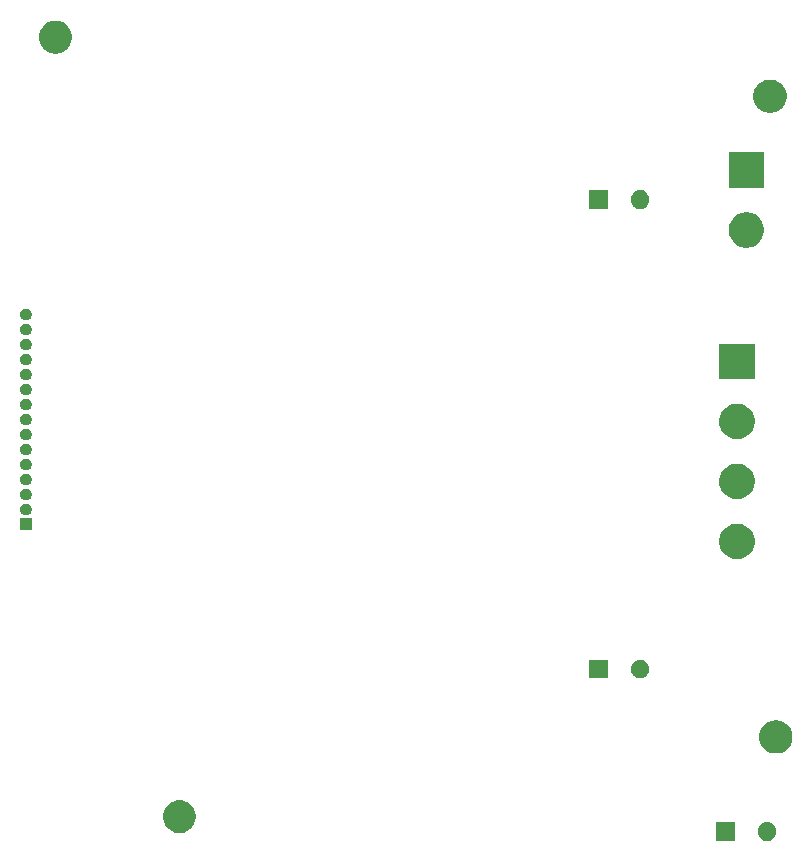
<source format=gbr>
G04 #@! TF.GenerationSoftware,KiCad,Pcbnew,5.0.2-bee76a0~70~ubuntu18.04.1*
G04 #@! TF.CreationDate,2019-02-27T20:57:34-05:00*
G04 #@! TF.ProjectId,Stepper Motor Prototype,53746570-7065-4722-904d-6f746f722050,rev?*
G04 #@! TF.SameCoordinates,Original*
G04 #@! TF.FileFunction,Soldermask,Bot*
G04 #@! TF.FilePolarity,Negative*
%FSLAX46Y46*%
G04 Gerber Fmt 4.6, Leading zero omitted, Abs format (unit mm)*
G04 Created by KiCad (PCBNEW 5.0.2-bee76a0~70~ubuntu18.04.1) date Wed 27 Feb 2019 08:57:34 PM EST*
%MOMM*%
%LPD*%
G01*
G04 APERTURE LIST*
%ADD10C,0.100000*%
G04 APERTURE END LIST*
D10*
G36*
X175983352Y-122230743D02*
X176128941Y-122291048D01*
X176259973Y-122378601D01*
X176371399Y-122490027D01*
X176458952Y-122621059D01*
X176519257Y-122766648D01*
X176550000Y-122921205D01*
X176550000Y-123078795D01*
X176519257Y-123233352D01*
X176458952Y-123378941D01*
X176371399Y-123509973D01*
X176259973Y-123621399D01*
X176128941Y-123708952D01*
X175983352Y-123769257D01*
X175828795Y-123800000D01*
X175671205Y-123800000D01*
X175516648Y-123769257D01*
X175371059Y-123708952D01*
X175240027Y-123621399D01*
X175128601Y-123509973D01*
X175041048Y-123378941D01*
X174980743Y-123233352D01*
X174950000Y-123078795D01*
X174950000Y-122921205D01*
X174980743Y-122766648D01*
X175041048Y-122621059D01*
X175128601Y-122490027D01*
X175240027Y-122378601D01*
X175371059Y-122291048D01*
X175516648Y-122230743D01*
X175671205Y-122200000D01*
X175828795Y-122200000D01*
X175983352Y-122230743D01*
X175983352Y-122230743D01*
G37*
G36*
X173050000Y-123800000D02*
X171450000Y-123800000D01*
X171450000Y-122200000D01*
X173050000Y-122200000D01*
X173050000Y-123800000D01*
X173050000Y-123800000D01*
G37*
G36*
X126273126Y-120376900D02*
X126408365Y-120403801D01*
X126663149Y-120509336D01*
X126889397Y-120660511D01*
X126892451Y-120662551D01*
X127087449Y-120857549D01*
X127087451Y-120857552D01*
X127240664Y-121086851D01*
X127346199Y-121341635D01*
X127400000Y-121612112D01*
X127400000Y-121887888D01*
X127346199Y-122158365D01*
X127240664Y-122413149D01*
X127101743Y-122621058D01*
X127087449Y-122642451D01*
X126892451Y-122837449D01*
X126892448Y-122837451D01*
X126663149Y-122990664D01*
X126408365Y-123096199D01*
X126273126Y-123123100D01*
X126137889Y-123150000D01*
X125862111Y-123150000D01*
X125726874Y-123123100D01*
X125591635Y-123096199D01*
X125336851Y-122990664D01*
X125107552Y-122837451D01*
X125107549Y-122837449D01*
X124912551Y-122642451D01*
X124898257Y-122621058D01*
X124759336Y-122413149D01*
X124653801Y-122158365D01*
X124600000Y-121887888D01*
X124600000Y-121612112D01*
X124653801Y-121341635D01*
X124759336Y-121086851D01*
X124912549Y-120857552D01*
X124912551Y-120857549D01*
X125107549Y-120662551D01*
X125110603Y-120660511D01*
X125336851Y-120509336D01*
X125591635Y-120403801D01*
X125726874Y-120376900D01*
X125862111Y-120350000D01*
X126137889Y-120350000D01*
X126273126Y-120376900D01*
X126273126Y-120376900D01*
G37*
G36*
X176773127Y-113626901D02*
X176908365Y-113653801D01*
X177163149Y-113759336D01*
X177389397Y-113910511D01*
X177392451Y-113912551D01*
X177587449Y-114107549D01*
X177740665Y-114336853D01*
X177846199Y-114591636D01*
X177900000Y-114862111D01*
X177900000Y-115137889D01*
X177846199Y-115408364D01*
X177740665Y-115663147D01*
X177587449Y-115892451D01*
X177392451Y-116087449D01*
X177392448Y-116087451D01*
X177163149Y-116240664D01*
X176908365Y-116346199D01*
X176773127Y-116373099D01*
X176637889Y-116400000D01*
X176362111Y-116400000D01*
X176226873Y-116373099D01*
X176091635Y-116346199D01*
X175836851Y-116240664D01*
X175607552Y-116087451D01*
X175607549Y-116087449D01*
X175412551Y-115892451D01*
X175259335Y-115663147D01*
X175153801Y-115408364D01*
X175100000Y-115137889D01*
X175100000Y-114862111D01*
X175153801Y-114591636D01*
X175259335Y-114336853D01*
X175412551Y-114107549D01*
X175607549Y-113912551D01*
X175610603Y-113910511D01*
X175836851Y-113759336D01*
X176091635Y-113653801D01*
X176226873Y-113626901D01*
X176362111Y-113600000D01*
X176637889Y-113600000D01*
X176773127Y-113626901D01*
X176773127Y-113626901D01*
G37*
G36*
X162300000Y-110050000D02*
X160700000Y-110050000D01*
X160700000Y-108450000D01*
X162300000Y-108450000D01*
X162300000Y-110050000D01*
X162300000Y-110050000D01*
G37*
G36*
X165233352Y-108480743D02*
X165378941Y-108541048D01*
X165509973Y-108628601D01*
X165621399Y-108740027D01*
X165708952Y-108871059D01*
X165769257Y-109016648D01*
X165800000Y-109171205D01*
X165800000Y-109328795D01*
X165769257Y-109483352D01*
X165708952Y-109628941D01*
X165621399Y-109759973D01*
X165509973Y-109871399D01*
X165378941Y-109958952D01*
X165233352Y-110019257D01*
X165078795Y-110050000D01*
X164921205Y-110050000D01*
X164766648Y-110019257D01*
X164621059Y-109958952D01*
X164490027Y-109871399D01*
X164378601Y-109759973D01*
X164291048Y-109628941D01*
X164230743Y-109483352D01*
X164200000Y-109328795D01*
X164200000Y-109171205D01*
X164230743Y-109016648D01*
X164291048Y-108871059D01*
X164378601Y-108740027D01*
X164490027Y-108628601D01*
X164621059Y-108541048D01*
X164766648Y-108480743D01*
X164921205Y-108450000D01*
X165078795Y-108450000D01*
X165233352Y-108480743D01*
X165233352Y-108480743D01*
G37*
G36*
X173540935Y-96978429D02*
X173637534Y-96997644D01*
X173910517Y-97110717D01*
X174152920Y-97272687D01*
X174156197Y-97274876D01*
X174365124Y-97483803D01*
X174529284Y-97729485D01*
X174642356Y-98002467D01*
X174700000Y-98292261D01*
X174700000Y-98587739D01*
X174642356Y-98877533D01*
X174529284Y-99150515D01*
X174365124Y-99396197D01*
X174156197Y-99605124D01*
X174156194Y-99605126D01*
X173910517Y-99769283D01*
X173637534Y-99882356D01*
X173540935Y-99901571D01*
X173347739Y-99940000D01*
X173052261Y-99940000D01*
X172859065Y-99901571D01*
X172762466Y-99882356D01*
X172489483Y-99769283D01*
X172243806Y-99605126D01*
X172243803Y-99605124D01*
X172034876Y-99396197D01*
X171870716Y-99150515D01*
X171757644Y-98877533D01*
X171700000Y-98587739D01*
X171700000Y-98292261D01*
X171757644Y-98002467D01*
X171870716Y-97729485D01*
X172034876Y-97483803D01*
X172243803Y-97274876D01*
X172247080Y-97272687D01*
X172489483Y-97110717D01*
X172762466Y-96997644D01*
X172859065Y-96978429D01*
X173052261Y-96940000D01*
X173347739Y-96940000D01*
X173540935Y-96978429D01*
X173540935Y-96978429D01*
G37*
G36*
X113500000Y-97500000D02*
X112500000Y-97500000D01*
X112500000Y-96500000D01*
X113500000Y-96500000D01*
X113500000Y-97500000D01*
X113500000Y-97500000D01*
G37*
G36*
X113098015Y-95237234D02*
X113192268Y-95265825D01*
X113238697Y-95290643D01*
X113279129Y-95312254D01*
X113279131Y-95312255D01*
X113279130Y-95312255D01*
X113355264Y-95374736D01*
X113417745Y-95450870D01*
X113464175Y-95537732D01*
X113492766Y-95631985D01*
X113502419Y-95730000D01*
X113492766Y-95828015D01*
X113464175Y-95922268D01*
X113439357Y-95968697D01*
X113417746Y-96009129D01*
X113355264Y-96085264D01*
X113279129Y-96147746D01*
X113238697Y-96169357D01*
X113192268Y-96194175D01*
X113098015Y-96222766D01*
X113024564Y-96230000D01*
X112975436Y-96230000D01*
X112901985Y-96222766D01*
X112807732Y-96194175D01*
X112761303Y-96169357D01*
X112720871Y-96147746D01*
X112644736Y-96085264D01*
X112582254Y-96009129D01*
X112560643Y-95968697D01*
X112535825Y-95922268D01*
X112507234Y-95828015D01*
X112497581Y-95730000D01*
X112507234Y-95631985D01*
X112535825Y-95537732D01*
X112582255Y-95450870D01*
X112644736Y-95374736D01*
X112720870Y-95312255D01*
X112720869Y-95312255D01*
X112720871Y-95312254D01*
X112761303Y-95290643D01*
X112807732Y-95265825D01*
X112901985Y-95237234D01*
X112975436Y-95230000D01*
X113024564Y-95230000D01*
X113098015Y-95237234D01*
X113098015Y-95237234D01*
G37*
G36*
X113098015Y-93967234D02*
X113192268Y-93995825D01*
X113238697Y-94020643D01*
X113279129Y-94042254D01*
X113279131Y-94042255D01*
X113279130Y-94042255D01*
X113355264Y-94104736D01*
X113417745Y-94180870D01*
X113464175Y-94267732D01*
X113492766Y-94361985D01*
X113502419Y-94460000D01*
X113492766Y-94558015D01*
X113464175Y-94652268D01*
X113444389Y-94689284D01*
X113417746Y-94739129D01*
X113355264Y-94815264D01*
X113279129Y-94877746D01*
X113238697Y-94899357D01*
X113192268Y-94924175D01*
X113098015Y-94952766D01*
X113024564Y-94960000D01*
X112975436Y-94960000D01*
X112901985Y-94952766D01*
X112807732Y-94924175D01*
X112761303Y-94899357D01*
X112720871Y-94877746D01*
X112644736Y-94815264D01*
X112582254Y-94739129D01*
X112555611Y-94689284D01*
X112535825Y-94652268D01*
X112507234Y-94558015D01*
X112497581Y-94460000D01*
X112507234Y-94361985D01*
X112535825Y-94267732D01*
X112582255Y-94180870D01*
X112644736Y-94104736D01*
X112720870Y-94042255D01*
X112720869Y-94042255D01*
X112720871Y-94042254D01*
X112761303Y-94020643D01*
X112807732Y-93995825D01*
X112901985Y-93967234D01*
X112975436Y-93960000D01*
X113024564Y-93960000D01*
X113098015Y-93967234D01*
X113098015Y-93967234D01*
G37*
G36*
X173540935Y-91898429D02*
X173637534Y-91917644D01*
X173830560Y-91997598D01*
X173879857Y-92018017D01*
X173910517Y-92030717D01*
X174032566Y-92112268D01*
X174156197Y-92194876D01*
X174365124Y-92403803D01*
X174529284Y-92649485D01*
X174560905Y-92725825D01*
X174637553Y-92910870D01*
X174642356Y-92922467D01*
X174700000Y-93212261D01*
X174700000Y-93507739D01*
X174680107Y-93607745D01*
X174642356Y-93797534D01*
X174572064Y-93967234D01*
X174529284Y-94070515D01*
X174365124Y-94316197D01*
X174156197Y-94525124D01*
X174156194Y-94525126D01*
X173910517Y-94689283D01*
X173637534Y-94802356D01*
X173572641Y-94815264D01*
X173347739Y-94860000D01*
X173052261Y-94860000D01*
X172827359Y-94815264D01*
X172762466Y-94802356D01*
X172489483Y-94689283D01*
X172243806Y-94525126D01*
X172243803Y-94525124D01*
X172034876Y-94316197D01*
X171870716Y-94070515D01*
X171827936Y-93967234D01*
X171757644Y-93797534D01*
X171719893Y-93607745D01*
X171700000Y-93507739D01*
X171700000Y-93212261D01*
X171757644Y-92922467D01*
X171762448Y-92910870D01*
X171839095Y-92725825D01*
X171870716Y-92649485D01*
X172034876Y-92403803D01*
X172243803Y-92194876D01*
X172367434Y-92112268D01*
X172489483Y-92030717D01*
X172520144Y-92018017D01*
X172569440Y-91997598D01*
X172762466Y-91917644D01*
X172859065Y-91898429D01*
X173052261Y-91860000D01*
X173347739Y-91860000D01*
X173540935Y-91898429D01*
X173540935Y-91898429D01*
G37*
G36*
X113098015Y-92697234D02*
X113192268Y-92725825D01*
X113238697Y-92750643D01*
X113279129Y-92772254D01*
X113355264Y-92834736D01*
X113417746Y-92910871D01*
X113423944Y-92922467D01*
X113464175Y-92997732D01*
X113492766Y-93091985D01*
X113502419Y-93190000D01*
X113492766Y-93288015D01*
X113464175Y-93382268D01*
X113439357Y-93428697D01*
X113417746Y-93469129D01*
X113355264Y-93545264D01*
X113279129Y-93607746D01*
X113238697Y-93629357D01*
X113192268Y-93654175D01*
X113098015Y-93682766D01*
X113024564Y-93690000D01*
X112975436Y-93690000D01*
X112901985Y-93682766D01*
X112807732Y-93654175D01*
X112761303Y-93629357D01*
X112720871Y-93607746D01*
X112644736Y-93545264D01*
X112582254Y-93469129D01*
X112560643Y-93428697D01*
X112535825Y-93382268D01*
X112507234Y-93288015D01*
X112497581Y-93190000D01*
X112507234Y-93091985D01*
X112535825Y-92997732D01*
X112576056Y-92922467D01*
X112582254Y-92910871D01*
X112644736Y-92834736D01*
X112720871Y-92772254D01*
X112761303Y-92750643D01*
X112807732Y-92725825D01*
X112901985Y-92697234D01*
X112975436Y-92690000D01*
X113024564Y-92690000D01*
X113098015Y-92697234D01*
X113098015Y-92697234D01*
G37*
G36*
X113098015Y-91427234D02*
X113192268Y-91455825D01*
X113238697Y-91480643D01*
X113279129Y-91502254D01*
X113279131Y-91502255D01*
X113279130Y-91502255D01*
X113355264Y-91564736D01*
X113417745Y-91640870D01*
X113464175Y-91727732D01*
X113492766Y-91821985D01*
X113502419Y-91920000D01*
X113492766Y-92018015D01*
X113464175Y-92112268D01*
X113439357Y-92158697D01*
X113417746Y-92199129D01*
X113355264Y-92275264D01*
X113279129Y-92337746D01*
X113238697Y-92359357D01*
X113192268Y-92384175D01*
X113098015Y-92412766D01*
X113024564Y-92420000D01*
X112975436Y-92420000D01*
X112901985Y-92412766D01*
X112807732Y-92384175D01*
X112761303Y-92359357D01*
X112720871Y-92337746D01*
X112644736Y-92275264D01*
X112582254Y-92199129D01*
X112560643Y-92158697D01*
X112535825Y-92112268D01*
X112507234Y-92018015D01*
X112497581Y-91920000D01*
X112507234Y-91821985D01*
X112535825Y-91727732D01*
X112582255Y-91640870D01*
X112644736Y-91564736D01*
X112720870Y-91502255D01*
X112720869Y-91502255D01*
X112720871Y-91502254D01*
X112761303Y-91480643D01*
X112807732Y-91455825D01*
X112901985Y-91427234D01*
X112975436Y-91420000D01*
X113024564Y-91420000D01*
X113098015Y-91427234D01*
X113098015Y-91427234D01*
G37*
G36*
X113098015Y-90157234D02*
X113192268Y-90185825D01*
X113238697Y-90210643D01*
X113279129Y-90232254D01*
X113279131Y-90232255D01*
X113279130Y-90232255D01*
X113355264Y-90294736D01*
X113417745Y-90370870D01*
X113464175Y-90457732D01*
X113492766Y-90551985D01*
X113502419Y-90650000D01*
X113492766Y-90748015D01*
X113464175Y-90842268D01*
X113439357Y-90888697D01*
X113417746Y-90929129D01*
X113355264Y-91005264D01*
X113279129Y-91067746D01*
X113238697Y-91089357D01*
X113192268Y-91114175D01*
X113098015Y-91142766D01*
X113024564Y-91150000D01*
X112975436Y-91150000D01*
X112901985Y-91142766D01*
X112807732Y-91114175D01*
X112761303Y-91089357D01*
X112720871Y-91067746D01*
X112644736Y-91005264D01*
X112582254Y-90929129D01*
X112560643Y-90888697D01*
X112535825Y-90842268D01*
X112507234Y-90748015D01*
X112497581Y-90650000D01*
X112507234Y-90551985D01*
X112535825Y-90457732D01*
X112582255Y-90370870D01*
X112644736Y-90294736D01*
X112720870Y-90232255D01*
X112720869Y-90232255D01*
X112720871Y-90232254D01*
X112761303Y-90210643D01*
X112807732Y-90185825D01*
X112901985Y-90157234D01*
X112975436Y-90150000D01*
X113024564Y-90150000D01*
X113098015Y-90157234D01*
X113098015Y-90157234D01*
G37*
G36*
X113098015Y-88887234D02*
X113192268Y-88915825D01*
X113238697Y-88940643D01*
X113279129Y-88962254D01*
X113279131Y-88962255D01*
X113279130Y-88962255D01*
X113355264Y-89024736D01*
X113417745Y-89100870D01*
X113464175Y-89187732D01*
X113492766Y-89281985D01*
X113502419Y-89380000D01*
X113492766Y-89478015D01*
X113464175Y-89572268D01*
X113444389Y-89609284D01*
X113417746Y-89659129D01*
X113355264Y-89735264D01*
X113279129Y-89797746D01*
X113238697Y-89819357D01*
X113192268Y-89844175D01*
X113098015Y-89872766D01*
X113024564Y-89880000D01*
X112975436Y-89880000D01*
X112901985Y-89872766D01*
X112807732Y-89844175D01*
X112761303Y-89819357D01*
X112720871Y-89797746D01*
X112644736Y-89735264D01*
X112582254Y-89659129D01*
X112555611Y-89609284D01*
X112535825Y-89572268D01*
X112507234Y-89478015D01*
X112497581Y-89380000D01*
X112507234Y-89281985D01*
X112535825Y-89187732D01*
X112582255Y-89100870D01*
X112644736Y-89024736D01*
X112720870Y-88962255D01*
X112720869Y-88962255D01*
X112720871Y-88962254D01*
X112761303Y-88940643D01*
X112807732Y-88915825D01*
X112901985Y-88887234D01*
X112975436Y-88880000D01*
X113024564Y-88880000D01*
X113098015Y-88887234D01*
X113098015Y-88887234D01*
G37*
G36*
X173540935Y-86818429D02*
X173637534Y-86837644D01*
X173830560Y-86917598D01*
X173879857Y-86938017D01*
X173910517Y-86950717D01*
X174032566Y-87032268D01*
X174156197Y-87114876D01*
X174365124Y-87323803D01*
X174529284Y-87569485D01*
X174560905Y-87645825D01*
X174637553Y-87830870D01*
X174642356Y-87842467D01*
X174700000Y-88132261D01*
X174700000Y-88427739D01*
X174680107Y-88527745D01*
X174642356Y-88717534D01*
X174572064Y-88887234D01*
X174529284Y-88990515D01*
X174365124Y-89236197D01*
X174156197Y-89445124D01*
X174156194Y-89445126D01*
X173910517Y-89609283D01*
X173637534Y-89722356D01*
X173572641Y-89735264D01*
X173347739Y-89780000D01*
X173052261Y-89780000D01*
X172827359Y-89735264D01*
X172762466Y-89722356D01*
X172489483Y-89609283D01*
X172243806Y-89445126D01*
X172243803Y-89445124D01*
X172034876Y-89236197D01*
X171870716Y-88990515D01*
X171827936Y-88887234D01*
X171757644Y-88717534D01*
X171719893Y-88527745D01*
X171700000Y-88427739D01*
X171700000Y-88132261D01*
X171757644Y-87842467D01*
X171762448Y-87830870D01*
X171839095Y-87645825D01*
X171870716Y-87569485D01*
X172034876Y-87323803D01*
X172243803Y-87114876D01*
X172367434Y-87032268D01*
X172489483Y-86950717D01*
X172520144Y-86938017D01*
X172569440Y-86917598D01*
X172762466Y-86837644D01*
X172859065Y-86818429D01*
X173052261Y-86780000D01*
X173347739Y-86780000D01*
X173540935Y-86818429D01*
X173540935Y-86818429D01*
G37*
G36*
X113098015Y-87617234D02*
X113192268Y-87645825D01*
X113238697Y-87670643D01*
X113279129Y-87692254D01*
X113355264Y-87754736D01*
X113417746Y-87830871D01*
X113423944Y-87842467D01*
X113464175Y-87917732D01*
X113492766Y-88011985D01*
X113502419Y-88110000D01*
X113492766Y-88208015D01*
X113464175Y-88302268D01*
X113439357Y-88348697D01*
X113417746Y-88389129D01*
X113355264Y-88465264D01*
X113279129Y-88527746D01*
X113238697Y-88549357D01*
X113192268Y-88574175D01*
X113098015Y-88602766D01*
X113024564Y-88610000D01*
X112975436Y-88610000D01*
X112901985Y-88602766D01*
X112807732Y-88574175D01*
X112761303Y-88549357D01*
X112720871Y-88527746D01*
X112644736Y-88465264D01*
X112582254Y-88389129D01*
X112560643Y-88348697D01*
X112535825Y-88302268D01*
X112507234Y-88208015D01*
X112497581Y-88110000D01*
X112507234Y-88011985D01*
X112535825Y-87917732D01*
X112576056Y-87842467D01*
X112582254Y-87830871D01*
X112644736Y-87754736D01*
X112720871Y-87692254D01*
X112761303Y-87670643D01*
X112807732Y-87645825D01*
X112901985Y-87617234D01*
X112975436Y-87610000D01*
X113024564Y-87610000D01*
X113098015Y-87617234D01*
X113098015Y-87617234D01*
G37*
G36*
X113098015Y-86347234D02*
X113192268Y-86375825D01*
X113238697Y-86400643D01*
X113279129Y-86422254D01*
X113279131Y-86422255D01*
X113279130Y-86422255D01*
X113355264Y-86484736D01*
X113417745Y-86560870D01*
X113464175Y-86647732D01*
X113492766Y-86741985D01*
X113502419Y-86840000D01*
X113492766Y-86938015D01*
X113464175Y-87032268D01*
X113439357Y-87078697D01*
X113417746Y-87119129D01*
X113355264Y-87195264D01*
X113279129Y-87257746D01*
X113238697Y-87279357D01*
X113192268Y-87304175D01*
X113098015Y-87332766D01*
X113024564Y-87340000D01*
X112975436Y-87340000D01*
X112901985Y-87332766D01*
X112807732Y-87304175D01*
X112761303Y-87279357D01*
X112720871Y-87257746D01*
X112644736Y-87195264D01*
X112582254Y-87119129D01*
X112560643Y-87078697D01*
X112535825Y-87032268D01*
X112507234Y-86938015D01*
X112497581Y-86840000D01*
X112507234Y-86741985D01*
X112535825Y-86647732D01*
X112582255Y-86560870D01*
X112644736Y-86484736D01*
X112720870Y-86422255D01*
X112720869Y-86422255D01*
X112720871Y-86422254D01*
X112761303Y-86400643D01*
X112807732Y-86375825D01*
X112901985Y-86347234D01*
X112975436Y-86340000D01*
X113024564Y-86340000D01*
X113098015Y-86347234D01*
X113098015Y-86347234D01*
G37*
G36*
X113098015Y-85077234D02*
X113192268Y-85105825D01*
X113238697Y-85130643D01*
X113279129Y-85152254D01*
X113279131Y-85152255D01*
X113279130Y-85152255D01*
X113355264Y-85214736D01*
X113417745Y-85290870D01*
X113464175Y-85377732D01*
X113492766Y-85471985D01*
X113502419Y-85570000D01*
X113492766Y-85668015D01*
X113464175Y-85762268D01*
X113439357Y-85808697D01*
X113417746Y-85849129D01*
X113355264Y-85925264D01*
X113279129Y-85987746D01*
X113238697Y-86009357D01*
X113192268Y-86034175D01*
X113098015Y-86062766D01*
X113024564Y-86070000D01*
X112975436Y-86070000D01*
X112901985Y-86062766D01*
X112807732Y-86034175D01*
X112761303Y-86009357D01*
X112720871Y-85987746D01*
X112644736Y-85925264D01*
X112582254Y-85849129D01*
X112560643Y-85808697D01*
X112535825Y-85762268D01*
X112507234Y-85668015D01*
X112497581Y-85570000D01*
X112507234Y-85471985D01*
X112535825Y-85377732D01*
X112582255Y-85290870D01*
X112644736Y-85214736D01*
X112720870Y-85152255D01*
X112720869Y-85152255D01*
X112720871Y-85152254D01*
X112761303Y-85130643D01*
X112807732Y-85105825D01*
X112901985Y-85077234D01*
X112975436Y-85070000D01*
X113024564Y-85070000D01*
X113098015Y-85077234D01*
X113098015Y-85077234D01*
G37*
G36*
X113098015Y-83807234D02*
X113192268Y-83835825D01*
X113238697Y-83860643D01*
X113279129Y-83882254D01*
X113279131Y-83882255D01*
X113279130Y-83882255D01*
X113355264Y-83944736D01*
X113417745Y-84020870D01*
X113464175Y-84107732D01*
X113492766Y-84201985D01*
X113502419Y-84300000D01*
X113492766Y-84398015D01*
X113464175Y-84492268D01*
X113439357Y-84538697D01*
X113417746Y-84579129D01*
X113355264Y-84655264D01*
X113279129Y-84717746D01*
X113238697Y-84739357D01*
X113192268Y-84764175D01*
X113098015Y-84792766D01*
X113024564Y-84800000D01*
X112975436Y-84800000D01*
X112901985Y-84792766D01*
X112807732Y-84764175D01*
X112761303Y-84739357D01*
X112720871Y-84717746D01*
X112644736Y-84655264D01*
X112582254Y-84579129D01*
X112560643Y-84538697D01*
X112535825Y-84492268D01*
X112507234Y-84398015D01*
X112497581Y-84300000D01*
X112507234Y-84201985D01*
X112535825Y-84107732D01*
X112582255Y-84020870D01*
X112644736Y-83944736D01*
X112720870Y-83882255D01*
X112720869Y-83882255D01*
X112720871Y-83882254D01*
X112761303Y-83860643D01*
X112807732Y-83835825D01*
X112901985Y-83807234D01*
X112975436Y-83800000D01*
X113024564Y-83800000D01*
X113098015Y-83807234D01*
X113098015Y-83807234D01*
G37*
G36*
X174700000Y-84700000D02*
X171700000Y-84700000D01*
X171700000Y-81700000D01*
X174700000Y-81700000D01*
X174700000Y-84700000D01*
X174700000Y-84700000D01*
G37*
G36*
X113098015Y-82537234D02*
X113192268Y-82565825D01*
X113238697Y-82590643D01*
X113279129Y-82612254D01*
X113279131Y-82612255D01*
X113279130Y-82612255D01*
X113355264Y-82674736D01*
X113417745Y-82750870D01*
X113464175Y-82837732D01*
X113492766Y-82931985D01*
X113502419Y-83030000D01*
X113492766Y-83128015D01*
X113464175Y-83222268D01*
X113439357Y-83268697D01*
X113417746Y-83309129D01*
X113355264Y-83385264D01*
X113279129Y-83447746D01*
X113238697Y-83469357D01*
X113192268Y-83494175D01*
X113098015Y-83522766D01*
X113024564Y-83530000D01*
X112975436Y-83530000D01*
X112901985Y-83522766D01*
X112807732Y-83494175D01*
X112761303Y-83469357D01*
X112720871Y-83447746D01*
X112644736Y-83385264D01*
X112582254Y-83309129D01*
X112560643Y-83268697D01*
X112535825Y-83222268D01*
X112507234Y-83128015D01*
X112497581Y-83030000D01*
X112507234Y-82931985D01*
X112535825Y-82837732D01*
X112582255Y-82750870D01*
X112644736Y-82674736D01*
X112720870Y-82612255D01*
X112720869Y-82612255D01*
X112720871Y-82612254D01*
X112761303Y-82590643D01*
X112807732Y-82565825D01*
X112901985Y-82537234D01*
X112975436Y-82530000D01*
X113024564Y-82530000D01*
X113098015Y-82537234D01*
X113098015Y-82537234D01*
G37*
G36*
X113098015Y-81267234D02*
X113192268Y-81295825D01*
X113238697Y-81320643D01*
X113279129Y-81342254D01*
X113279131Y-81342255D01*
X113279130Y-81342255D01*
X113355264Y-81404736D01*
X113417745Y-81480870D01*
X113464175Y-81567732D01*
X113492766Y-81661985D01*
X113502419Y-81760000D01*
X113492766Y-81858015D01*
X113464175Y-81952268D01*
X113439357Y-81998697D01*
X113417746Y-82039129D01*
X113355264Y-82115264D01*
X113279129Y-82177746D01*
X113238697Y-82199357D01*
X113192268Y-82224175D01*
X113098015Y-82252766D01*
X113024564Y-82260000D01*
X112975436Y-82260000D01*
X112901985Y-82252766D01*
X112807732Y-82224175D01*
X112761303Y-82199357D01*
X112720871Y-82177746D01*
X112644736Y-82115264D01*
X112582254Y-82039129D01*
X112560643Y-81998697D01*
X112535825Y-81952268D01*
X112507234Y-81858015D01*
X112497581Y-81760000D01*
X112507234Y-81661985D01*
X112535825Y-81567732D01*
X112582255Y-81480870D01*
X112644736Y-81404736D01*
X112720870Y-81342255D01*
X112720869Y-81342255D01*
X112720871Y-81342254D01*
X112761303Y-81320643D01*
X112807732Y-81295825D01*
X112901985Y-81267234D01*
X112975436Y-81260000D01*
X113024564Y-81260000D01*
X113098015Y-81267234D01*
X113098015Y-81267234D01*
G37*
G36*
X113098015Y-79997234D02*
X113192268Y-80025825D01*
X113238697Y-80050643D01*
X113279129Y-80072254D01*
X113279131Y-80072255D01*
X113279130Y-80072255D01*
X113355264Y-80134736D01*
X113417745Y-80210870D01*
X113464175Y-80297732D01*
X113492766Y-80391985D01*
X113502419Y-80490000D01*
X113492766Y-80588015D01*
X113464175Y-80682268D01*
X113439357Y-80728697D01*
X113417746Y-80769129D01*
X113355264Y-80845264D01*
X113279129Y-80907746D01*
X113238697Y-80929357D01*
X113192268Y-80954175D01*
X113098015Y-80982766D01*
X113024564Y-80990000D01*
X112975436Y-80990000D01*
X112901985Y-80982766D01*
X112807732Y-80954175D01*
X112761303Y-80929357D01*
X112720871Y-80907746D01*
X112644736Y-80845264D01*
X112582254Y-80769129D01*
X112560643Y-80728697D01*
X112535825Y-80682268D01*
X112507234Y-80588015D01*
X112497581Y-80490000D01*
X112507234Y-80391985D01*
X112535825Y-80297732D01*
X112582255Y-80210870D01*
X112644736Y-80134736D01*
X112720870Y-80072255D01*
X112720869Y-80072255D01*
X112720871Y-80072254D01*
X112761303Y-80050643D01*
X112807732Y-80025825D01*
X112901985Y-79997234D01*
X112975436Y-79990000D01*
X113024564Y-79990000D01*
X113098015Y-79997234D01*
X113098015Y-79997234D01*
G37*
G36*
X113098015Y-78727234D02*
X113192268Y-78755825D01*
X113238697Y-78780643D01*
X113279129Y-78802254D01*
X113279131Y-78802255D01*
X113279130Y-78802255D01*
X113355264Y-78864736D01*
X113417745Y-78940870D01*
X113464175Y-79027732D01*
X113492766Y-79121985D01*
X113502419Y-79220000D01*
X113492766Y-79318015D01*
X113464175Y-79412268D01*
X113439357Y-79458697D01*
X113417746Y-79499129D01*
X113355264Y-79575264D01*
X113279129Y-79637746D01*
X113238697Y-79659357D01*
X113192268Y-79684175D01*
X113098015Y-79712766D01*
X113024564Y-79720000D01*
X112975436Y-79720000D01*
X112901985Y-79712766D01*
X112807732Y-79684175D01*
X112761303Y-79659357D01*
X112720871Y-79637746D01*
X112644736Y-79575264D01*
X112582254Y-79499129D01*
X112560643Y-79458697D01*
X112535825Y-79412268D01*
X112507234Y-79318015D01*
X112497581Y-79220000D01*
X112507234Y-79121985D01*
X112535825Y-79027732D01*
X112582255Y-78940870D01*
X112644736Y-78864736D01*
X112720870Y-78802255D01*
X112720869Y-78802255D01*
X112720871Y-78802254D01*
X112761303Y-78780643D01*
X112807732Y-78755825D01*
X112901985Y-78727234D01*
X112975436Y-78720000D01*
X113024564Y-78720000D01*
X113098015Y-78727234D01*
X113098015Y-78727234D01*
G37*
G36*
X174340935Y-70618429D02*
X174437534Y-70637644D01*
X174710517Y-70750717D01*
X174952920Y-70912687D01*
X174956197Y-70914876D01*
X175165124Y-71123803D01*
X175329284Y-71369485D01*
X175442356Y-71642467D01*
X175500000Y-71932261D01*
X175500000Y-72227739D01*
X175442356Y-72517533D01*
X175329284Y-72790515D01*
X175165124Y-73036197D01*
X174956197Y-73245124D01*
X174956194Y-73245126D01*
X174710517Y-73409283D01*
X174437534Y-73522356D01*
X174340935Y-73541571D01*
X174147739Y-73580000D01*
X173852261Y-73580000D01*
X173659065Y-73541571D01*
X173562466Y-73522356D01*
X173289483Y-73409283D01*
X173043806Y-73245126D01*
X173043803Y-73245124D01*
X172834876Y-73036197D01*
X172670716Y-72790515D01*
X172557644Y-72517533D01*
X172500000Y-72227739D01*
X172500000Y-71932261D01*
X172557644Y-71642467D01*
X172670716Y-71369485D01*
X172834876Y-71123803D01*
X173043803Y-70914876D01*
X173047080Y-70912687D01*
X173289483Y-70750717D01*
X173562466Y-70637644D01*
X173659065Y-70618429D01*
X173852261Y-70580000D01*
X174147739Y-70580000D01*
X174340935Y-70618429D01*
X174340935Y-70618429D01*
G37*
G36*
X162300000Y-70300000D02*
X160700000Y-70300000D01*
X160700000Y-68700000D01*
X162300000Y-68700000D01*
X162300000Y-70300000D01*
X162300000Y-70300000D01*
G37*
G36*
X165233352Y-68730743D02*
X165378941Y-68791048D01*
X165509973Y-68878601D01*
X165621399Y-68990027D01*
X165708952Y-69121059D01*
X165769257Y-69266648D01*
X165800000Y-69421205D01*
X165800000Y-69578795D01*
X165769257Y-69733352D01*
X165708952Y-69878941D01*
X165621399Y-70009973D01*
X165509973Y-70121399D01*
X165378941Y-70208952D01*
X165233352Y-70269257D01*
X165078795Y-70300000D01*
X164921205Y-70300000D01*
X164766648Y-70269257D01*
X164621059Y-70208952D01*
X164490027Y-70121399D01*
X164378601Y-70009973D01*
X164291048Y-69878941D01*
X164230743Y-69733352D01*
X164200000Y-69578795D01*
X164200000Y-69421205D01*
X164230743Y-69266648D01*
X164291048Y-69121059D01*
X164378601Y-68990027D01*
X164490027Y-68878601D01*
X164621059Y-68791048D01*
X164766648Y-68730743D01*
X164921205Y-68700000D01*
X165078795Y-68700000D01*
X165233352Y-68730743D01*
X165233352Y-68730743D01*
G37*
G36*
X175500000Y-68500000D02*
X172500000Y-68500000D01*
X172500000Y-65500000D01*
X175500000Y-65500000D01*
X175500000Y-68500000D01*
X175500000Y-68500000D01*
G37*
G36*
X176273126Y-59376900D02*
X176408365Y-59403801D01*
X176663149Y-59509336D01*
X176889397Y-59660511D01*
X176892451Y-59662551D01*
X177087449Y-59857549D01*
X177240665Y-60086853D01*
X177346199Y-60341636D01*
X177400000Y-60612111D01*
X177400000Y-60887889D01*
X177346199Y-61158364D01*
X177240665Y-61413147D01*
X177087449Y-61642451D01*
X176892451Y-61837449D01*
X176892448Y-61837451D01*
X176663149Y-61990664D01*
X176408365Y-62096199D01*
X176273127Y-62123099D01*
X176137889Y-62150000D01*
X175862111Y-62150000D01*
X175726873Y-62123099D01*
X175591635Y-62096199D01*
X175336851Y-61990664D01*
X175107552Y-61837451D01*
X175107549Y-61837449D01*
X174912551Y-61642451D01*
X174759335Y-61413147D01*
X174653801Y-61158364D01*
X174600000Y-60887889D01*
X174600000Y-60612111D01*
X174653801Y-60341636D01*
X174759335Y-60086853D01*
X174912551Y-59857549D01*
X175107549Y-59662551D01*
X175110603Y-59660511D01*
X175336851Y-59509336D01*
X175591635Y-59403801D01*
X175726874Y-59376900D01*
X175862111Y-59350000D01*
X176137889Y-59350000D01*
X176273126Y-59376900D01*
X176273126Y-59376900D01*
G37*
G36*
X115773126Y-54376900D02*
X115908365Y-54403801D01*
X116163149Y-54509336D01*
X116389397Y-54660511D01*
X116392451Y-54662551D01*
X116587449Y-54857549D01*
X116740665Y-55086853D01*
X116846199Y-55341636D01*
X116900000Y-55612111D01*
X116900000Y-55887889D01*
X116846199Y-56158364D01*
X116740665Y-56413147D01*
X116587449Y-56642451D01*
X116392451Y-56837449D01*
X116392448Y-56837451D01*
X116163149Y-56990664D01*
X115908365Y-57096199D01*
X115773126Y-57123100D01*
X115637889Y-57150000D01*
X115362111Y-57150000D01*
X115226874Y-57123100D01*
X115091635Y-57096199D01*
X114836851Y-56990664D01*
X114607552Y-56837451D01*
X114607549Y-56837449D01*
X114412551Y-56642451D01*
X114259335Y-56413147D01*
X114153801Y-56158364D01*
X114100000Y-55887889D01*
X114100000Y-55612111D01*
X114153801Y-55341636D01*
X114259335Y-55086853D01*
X114412551Y-54857549D01*
X114607549Y-54662551D01*
X114610603Y-54660511D01*
X114836851Y-54509336D01*
X115091635Y-54403801D01*
X115226874Y-54376900D01*
X115362111Y-54350000D01*
X115637889Y-54350000D01*
X115773126Y-54376900D01*
X115773126Y-54376900D01*
G37*
M02*

</source>
